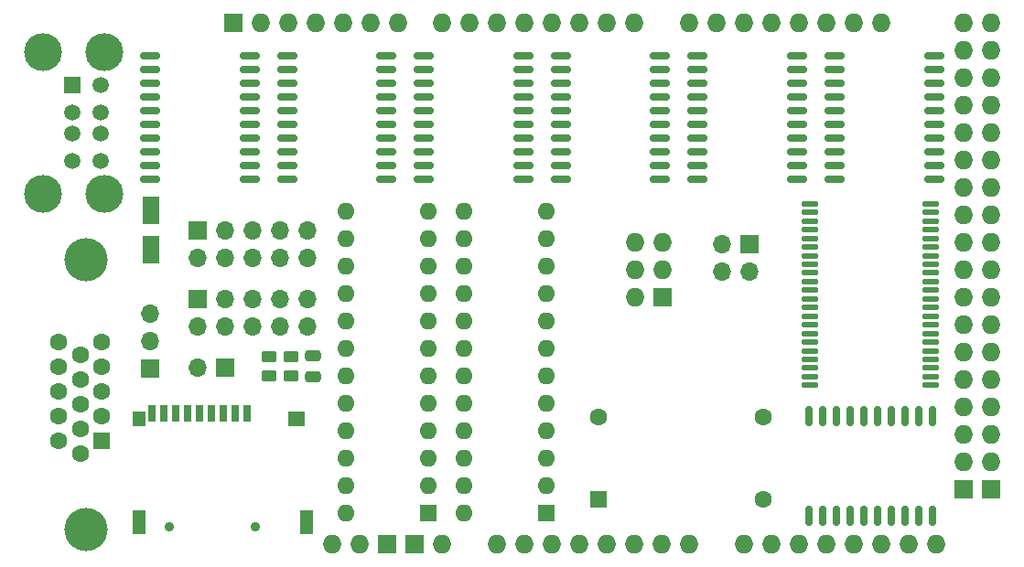
<source format=gbr>
%TF.GenerationSoftware,KiCad,Pcbnew,8.0.4+dfsg-1*%
%TF.CreationDate,2024-12-19T01:54:21-05:00*%
%TF.ProjectId,VGA_SRAM_Shield,5647415f-5352-4414-9d5f-536869656c64,rev?*%
%TF.SameCoordinates,Original*%
%TF.FileFunction,Soldermask,Top*%
%TF.FilePolarity,Negative*%
%FSLAX46Y46*%
G04 Gerber Fmt 4.6, Leading zero omitted, Abs format (unit mm)*
G04 Created by KiCad (PCBNEW 8.0.4+dfsg-1) date 2024-12-19 01:54:21*
%MOMM*%
%LPD*%
G01*
G04 APERTURE LIST*
G04 Aperture macros list*
%AMRoundRect*
0 Rectangle with rounded corners*
0 $1 Rounding radius*
0 $2 $3 $4 $5 $6 $7 $8 $9 X,Y pos of 4 corners*
0 Add a 4 corners polygon primitive as box body*
4,1,4,$2,$3,$4,$5,$6,$7,$8,$9,$2,$3,0*
0 Add four circle primitives for the rounded corners*
1,1,$1+$1,$2,$3*
1,1,$1+$1,$4,$5*
1,1,$1+$1,$6,$7*
1,1,$1+$1,$8,$9*
0 Add four rect primitives between the rounded corners*
20,1,$1+$1,$2,$3,$4,$5,0*
20,1,$1+$1,$4,$5,$6,$7,0*
20,1,$1+$1,$6,$7,$8,$9,0*
20,1,$1+$1,$8,$9,$2,$3,0*%
G04 Aperture macros list end*
%ADD10O,1.727200X1.727200*%
%ADD11R,1.727200X1.727200*%
%ADD12R,1.700000X1.700000*%
%ADD13O,1.700000X1.700000*%
%ADD14RoundRect,0.150000X-0.800000X-0.150000X0.800000X-0.150000X0.800000X0.150000X-0.800000X0.150000X0*%
%ADD15R,1.500000X1.500000*%
%ADD16C,1.500000*%
%ADD17C,3.500000*%
%ADD18C,4.000000*%
%ADD19R,1.600000X1.600000*%
%ADD20C,1.600000*%
%ADD21O,1.600000X1.600000*%
%ADD22RoundRect,0.150000X0.150000X-0.800000X0.150000X0.800000X-0.150000X0.800000X-0.150000X-0.800000X0*%
%ADD23RoundRect,0.250000X-0.550000X1.050000X-0.550000X-1.050000X0.550000X-1.050000X0.550000X1.050000X0*%
%ADD24RoundRect,0.250000X0.450000X-0.262500X0.450000X0.262500X-0.450000X0.262500X-0.450000X-0.262500X0*%
%ADD25RoundRect,0.137500X-0.625000X-0.137500X0.625000X-0.137500X0.625000X0.137500X-0.625000X0.137500X0*%
%ADD26C,0.900000*%
%ADD27R,0.700000X1.600000*%
%ADD28R,1.200000X2.200000*%
%ADD29R,1.600000X1.400000*%
%ADD30R,1.200000X1.400000*%
%ADD31RoundRect,0.250000X0.475000X-0.250000X0.475000X0.250000X-0.475000X0.250000X-0.475000X-0.250000X0*%
G04 APERTURE END LIST*
D10*
%TO.C,A1*%
X63195200Y-181991000D03*
X65735200Y-181991000D03*
X93802200Y-154051000D03*
X121615200Y-133731000D03*
X124155200Y-133731000D03*
X78435200Y-181991000D03*
X80975200Y-181991000D03*
X83515200Y-181991000D03*
X86055200Y-181991000D03*
X88595200Y-181991000D03*
X91135200Y-181991000D03*
X93675200Y-181991000D03*
X96215200Y-181991000D03*
X101295200Y-181991000D03*
X103835200Y-181991000D03*
X106375200Y-181991000D03*
X108915200Y-181991000D03*
X116535200Y-181991000D03*
X119075200Y-181991000D03*
X91135200Y-133731000D03*
X88595200Y-133731000D03*
X86055200Y-133731000D03*
X83515200Y-133731000D03*
X80975200Y-133731000D03*
X78435200Y-133731000D03*
X75895200Y-133731000D03*
X73355200Y-133731000D03*
X69291200Y-133731000D03*
X66751200Y-133731000D03*
X64211200Y-133731000D03*
X61671200Y-133731000D03*
X59131200Y-133731000D03*
X56591200Y-133731000D03*
X96215200Y-133731000D03*
X98755200Y-133731000D03*
X101295200Y-133731000D03*
X103835200Y-133731000D03*
X106375200Y-133731000D03*
X108915200Y-133731000D03*
X111455200Y-133731000D03*
X113995200Y-133731000D03*
X121615200Y-136271000D03*
X124155200Y-136271000D03*
X121615200Y-138811000D03*
X124155200Y-138811000D03*
X121615200Y-141351000D03*
X124155200Y-141351000D03*
X121615200Y-143891000D03*
X124155200Y-143891000D03*
X121615200Y-146431000D03*
X124155200Y-146431000D03*
X121615200Y-148971000D03*
X124155200Y-148971000D03*
X121615200Y-151511000D03*
X124155200Y-151511000D03*
X121615200Y-154051000D03*
X124155200Y-154051000D03*
X121615200Y-156591000D03*
X124155200Y-156591000D03*
X121615200Y-159131000D03*
X124155200Y-159131000D03*
X121615200Y-161671000D03*
X124155200Y-161671000D03*
X121615200Y-164211000D03*
X124155200Y-164211000D03*
X121615200Y-166751000D03*
X124155200Y-166751000D03*
X121615200Y-169291000D03*
X124155200Y-169291000D03*
X121615200Y-171831000D03*
X124155200Y-171831000D03*
X121615200Y-174371000D03*
X124155200Y-174371000D03*
X111455200Y-181991000D03*
X113995200Y-181991000D03*
D11*
X54051200Y-133731000D03*
X68275200Y-181991000D03*
X70815200Y-181991000D03*
X93802200Y-159131000D03*
X121615200Y-176911000D03*
X124155200Y-176911000D03*
D10*
X91262200Y-154051000D03*
X93802200Y-156591000D03*
X91262200Y-159131000D03*
X91262200Y-156591000D03*
X73355200Y-181991000D03*
%TD*%
D12*
%TO.C,J2*%
X101845500Y-154231800D03*
D13*
X99305500Y-154231800D03*
X101845500Y-156771800D03*
X99305500Y-156771800D03*
%TD*%
D12*
%TO.C,J6*%
X46400000Y-165700000D03*
D13*
X46400000Y-163160000D03*
X46400000Y-160620000D03*
%TD*%
D12*
%TO.C,J1*%
X50800000Y-159258000D03*
D13*
X50800000Y-161798000D03*
X53340000Y-159258000D03*
X53340000Y-161798000D03*
X55880000Y-159258000D03*
X55880000Y-161798000D03*
X58420000Y-159258000D03*
X58420000Y-161798000D03*
X60960000Y-159258000D03*
X60960000Y-161798000D03*
%TD*%
D14*
%TO.C,U14*%
X84360800Y-136810000D03*
X84360800Y-138080000D03*
X84360800Y-139350000D03*
X84360800Y-140620000D03*
X84360800Y-141890000D03*
X84360800Y-143160000D03*
X84360800Y-144430000D03*
X84360800Y-145700000D03*
X84360800Y-146970000D03*
X84360800Y-148240000D03*
X93560800Y-148240000D03*
X93560800Y-146970000D03*
X93560800Y-145700000D03*
X93560800Y-144430000D03*
X93560800Y-143160000D03*
X93560800Y-141890000D03*
X93560800Y-140620000D03*
X93560800Y-139350000D03*
X93560800Y-138080000D03*
X93560800Y-136810000D03*
%TD*%
D15*
%TO.C,J5*%
X39194300Y-139502000D03*
D16*
X39194300Y-142002000D03*
X39194300Y-144002000D03*
X39194300Y-146502000D03*
X41814300Y-139502000D03*
X41814300Y-142002000D03*
X41814300Y-144002000D03*
X41814300Y-146502000D03*
D17*
X36484300Y-136432000D03*
X36484300Y-149572000D03*
X42164300Y-136432000D03*
X42164300Y-149572000D03*
%TD*%
D18*
%TO.C,J3*%
X40470000Y-155633000D03*
X40470000Y-180633000D03*
D19*
X41890000Y-172448000D03*
D20*
X41890000Y-170158000D03*
X41890000Y-167868000D03*
X41890000Y-165578000D03*
X41890000Y-163288000D03*
X39910000Y-173593000D03*
X39910000Y-171303000D03*
X39910000Y-169013000D03*
X39910000Y-166723000D03*
X39910000Y-164433000D03*
X37930000Y-172448000D03*
X37930000Y-170158000D03*
X37930000Y-167868000D03*
X37930000Y-165578000D03*
X37930000Y-163288000D03*
%TD*%
D19*
%TO.C,X1*%
X87884000Y-177800000D03*
D20*
X103124000Y-177800000D03*
X103124000Y-170180000D03*
X87884000Y-170180000D03*
%TD*%
D19*
%TO.C,U8*%
X72136000Y-179070000D03*
D21*
X72136000Y-176530000D03*
X72136000Y-173990000D03*
X72136000Y-171450000D03*
X72136000Y-168910000D03*
X72136000Y-166370000D03*
X72136000Y-163830000D03*
X72136000Y-161290000D03*
X72136000Y-158750000D03*
X72136000Y-156210000D03*
X72136000Y-153670000D03*
X72136000Y-151130000D03*
X64516000Y-151130000D03*
X64516000Y-153670000D03*
X64516000Y-156210000D03*
X64516000Y-158750000D03*
X64516000Y-161290000D03*
X64516000Y-163830000D03*
X64516000Y-166370000D03*
X64516000Y-168910000D03*
X64516000Y-171450000D03*
X64516000Y-173990000D03*
X64516000Y-176530000D03*
X64516000Y-179070000D03*
%TD*%
D14*
%TO.C,U12*%
X59021600Y-136810000D03*
X59021600Y-138080000D03*
X59021600Y-139350000D03*
X59021600Y-140620000D03*
X59021600Y-141890000D03*
X59021600Y-143160000D03*
X59021600Y-144430000D03*
X59021600Y-145700000D03*
X59021600Y-146970000D03*
X59021600Y-148240000D03*
X68221600Y-148240000D03*
X68221600Y-146970000D03*
X68221600Y-145700000D03*
X68221600Y-144430000D03*
X68221600Y-143160000D03*
X68221600Y-141890000D03*
X68221600Y-140620000D03*
X68221600Y-139350000D03*
X68221600Y-138080000D03*
X68221600Y-136810000D03*
%TD*%
D22*
%TO.C,U2*%
X107315000Y-179352000D03*
X108585000Y-179352000D03*
X109855000Y-179352000D03*
X111125000Y-179352000D03*
X112395000Y-179352000D03*
X113665000Y-179352000D03*
X114935000Y-179352000D03*
X116205000Y-179352000D03*
X117475000Y-179352000D03*
X118745000Y-179352000D03*
X118745000Y-170152000D03*
X117475000Y-170152000D03*
X116205000Y-170152000D03*
X114935000Y-170152000D03*
X113665000Y-170152000D03*
X112395000Y-170152000D03*
X111125000Y-170152000D03*
X109855000Y-170152000D03*
X108585000Y-170152000D03*
X107315000Y-170152000D03*
%TD*%
D23*
%TO.C,C9*%
X46482000Y-151108000D03*
X46482000Y-154708000D03*
%TD*%
D24*
%TO.C,R13*%
X57404000Y-166417000D03*
X57404000Y-164592000D03*
%TD*%
D25*
%TO.C,U1*%
X107443000Y-150484000D03*
X107443000Y-151284000D03*
X107443000Y-152084000D03*
X107443000Y-152884000D03*
X107443000Y-153684000D03*
X107443000Y-154484000D03*
X107443000Y-155284000D03*
X107443000Y-156084000D03*
X107443000Y-156884000D03*
X107443000Y-157684000D03*
X107443000Y-158484000D03*
X107443000Y-159284000D03*
X107443000Y-160084000D03*
X107443000Y-160884000D03*
X107443000Y-161684000D03*
X107443000Y-162484000D03*
X107443000Y-163284000D03*
X107443000Y-164084000D03*
X107443000Y-164884000D03*
X107443000Y-165684000D03*
X107443000Y-166484000D03*
X107443000Y-167284000D03*
X118618000Y-167284000D03*
X118618000Y-166484000D03*
X118618000Y-165684000D03*
X118618000Y-164884000D03*
X118618000Y-164084000D03*
X118618000Y-163284000D03*
X118618000Y-162484000D03*
X118618000Y-161684000D03*
X118618000Y-160884000D03*
X118618000Y-160084000D03*
X118618000Y-159284000D03*
X118618000Y-158484000D03*
X118618000Y-157684000D03*
X118618000Y-156884000D03*
X118618000Y-156084000D03*
X118618000Y-155284000D03*
X118618000Y-154484000D03*
X118618000Y-153684000D03*
X118618000Y-152884000D03*
X118618000Y-152084000D03*
X118618000Y-151284000D03*
X118618000Y-150484000D03*
%TD*%
D24*
%TO.C,R14*%
X59436000Y-166417000D03*
X59436000Y-164592000D03*
%TD*%
D12*
%TO.C,JP1*%
X53345000Y-165608000D03*
D13*
X50805000Y-165608000D03*
%TD*%
D19*
%TO.C,U9*%
X83058000Y-179070000D03*
D21*
X83058000Y-176530000D03*
X83058000Y-173990000D03*
X83058000Y-171450000D03*
X83058000Y-168910000D03*
X83058000Y-166370000D03*
X83058000Y-163830000D03*
X83058000Y-161290000D03*
X83058000Y-158750000D03*
X83058000Y-156210000D03*
X83058000Y-153670000D03*
X83058000Y-151130000D03*
X75438000Y-151130000D03*
X75438000Y-153670000D03*
X75438000Y-156210000D03*
X75438000Y-158750000D03*
X75438000Y-161290000D03*
X75438000Y-163830000D03*
X75438000Y-166370000D03*
X75438000Y-168910000D03*
X75438000Y-171450000D03*
X75438000Y-173990000D03*
X75438000Y-176530000D03*
X75438000Y-179070000D03*
%TD*%
D14*
%TO.C,U18*%
X97030400Y-136810000D03*
X97030400Y-138080000D03*
X97030400Y-139350000D03*
X97030400Y-140620000D03*
X97030400Y-141890000D03*
X97030400Y-143160000D03*
X97030400Y-144430000D03*
X97030400Y-145700000D03*
X97030400Y-146970000D03*
X97030400Y-148240000D03*
X106230400Y-148240000D03*
X106230400Y-146970000D03*
X106230400Y-145700000D03*
X106230400Y-144430000D03*
X106230400Y-143160000D03*
X106230400Y-141890000D03*
X106230400Y-140620000D03*
X106230400Y-139350000D03*
X106230400Y-138080000D03*
X106230400Y-136810000D03*
%TD*%
%TO.C,U13*%
X71691200Y-136810000D03*
X71691200Y-138080000D03*
X71691200Y-139350000D03*
X71691200Y-140620000D03*
X71691200Y-141890000D03*
X71691200Y-143160000D03*
X71691200Y-144430000D03*
X71691200Y-145700000D03*
X71691200Y-146970000D03*
X71691200Y-148240000D03*
X80891200Y-148240000D03*
X80891200Y-146970000D03*
X80891200Y-145700000D03*
X80891200Y-144430000D03*
X80891200Y-143160000D03*
X80891200Y-141890000D03*
X80891200Y-140620000D03*
X80891200Y-139350000D03*
X80891200Y-138080000D03*
X80891200Y-136810000D03*
%TD*%
%TO.C,U11*%
X46352000Y-136810000D03*
X46352000Y-138080000D03*
X46352000Y-139350000D03*
X46352000Y-140620000D03*
X46352000Y-141890000D03*
X46352000Y-143160000D03*
X46352000Y-144430000D03*
X46352000Y-145700000D03*
X46352000Y-146970000D03*
X46352000Y-148240000D03*
X55552000Y-148240000D03*
X55552000Y-146970000D03*
X55552000Y-145700000D03*
X55552000Y-144430000D03*
X55552000Y-143160000D03*
X55552000Y-141890000D03*
X55552000Y-140620000D03*
X55552000Y-139350000D03*
X55552000Y-138080000D03*
X55552000Y-136810000D03*
%TD*%
%TO.C,U20*%
X109700000Y-136810000D03*
X109700000Y-138080000D03*
X109700000Y-139350000D03*
X109700000Y-140620000D03*
X109700000Y-141890000D03*
X109700000Y-143160000D03*
X109700000Y-144430000D03*
X109700000Y-145700000D03*
X109700000Y-146970000D03*
X109700000Y-148240000D03*
X118900000Y-148240000D03*
X118900000Y-146970000D03*
X118900000Y-145700000D03*
X118900000Y-144430000D03*
X118900000Y-143160000D03*
X118900000Y-141890000D03*
X118900000Y-140620000D03*
X118900000Y-139350000D03*
X118900000Y-138080000D03*
X118900000Y-136810000D03*
%TD*%
D26*
%TO.C,J4*%
X56115032Y-180378145D03*
X48115032Y-180378145D03*
D27*
X55315032Y-169878145D03*
X54215032Y-169878145D03*
X53115032Y-169878145D03*
X52015032Y-169878145D03*
X50915032Y-169878145D03*
X49815032Y-169878145D03*
X48715032Y-169878145D03*
X47615032Y-169878145D03*
X46515032Y-169878145D03*
D28*
X60815032Y-179978145D03*
D29*
X59915032Y-170378145D03*
D28*
X45315032Y-179978145D03*
D30*
X45315032Y-170378145D03*
%TD*%
D31*
%TO.C,C1*%
X61468000Y-166474500D03*
X61468000Y-164574500D03*
%TD*%
D12*
%TO.C,J7*%
X50800000Y-152908000D03*
D13*
X50800000Y-155448000D03*
X53340000Y-152908000D03*
X53340000Y-155448000D03*
X55880000Y-152908000D03*
X55880000Y-155448000D03*
X58420000Y-152908000D03*
X58420000Y-155448000D03*
X60960000Y-152908000D03*
X60960000Y-155448000D03*
%TD*%
M02*

</source>
